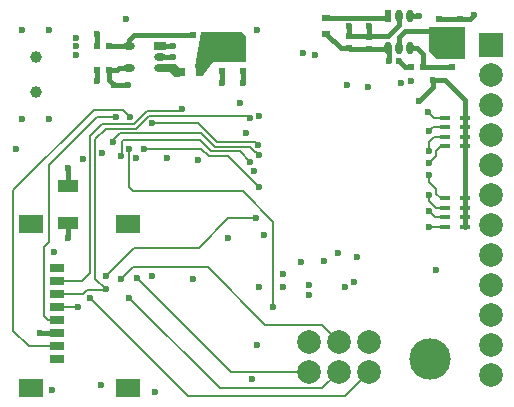
<source format=gbl>
G04*
G04 #@! TF.GenerationSoftware,Altium Limited,Altium Designer,18.1.9 (240)*
G04*
G04 Layer_Physical_Order=4*
G04 Layer_Color=16711680*
%FSLAX25Y25*%
%MOIN*%
G70*
G01*
G75*
%ADD11C,0.00787*%
%ADD15R,0.06693X0.04331*%
%ADD16R,0.02362X0.02362*%
%ADD17R,0.02362X0.02362*%
%ADD54C,0.01575*%
%ADD56C,0.13780*%
%ADD57C,0.07874*%
%ADD58C,0.03937*%
%ADD59R,0.07874X0.07874*%
%ADD60C,0.02362*%
%ADD61R,0.02362X0.04331*%
%ADD62O,0.02362X0.04331*%
%ADD63R,0.02362X0.03150*%
%ADD64R,0.03150X0.02362*%
%ADD65R,0.03740X0.01575*%
%ADD66R,0.07874X0.05906*%
%ADD67R,0.04724X0.03150*%
%ADD68R,0.03937X0.02756*%
%ADD69O,0.03937X0.02756*%
G36*
X60925Y112205D02*
X59449Y113681D01*
X54528D01*
Y110933D01*
X57571D01*
X59153Y109350D01*
X60925D01*
Y112205D01*
D02*
G37*
G36*
X68117Y124409D02*
X81496Y124409D01*
X83071Y122835D01*
Y114173D01*
X71941Y114173D01*
X68898Y110236D01*
X68504Y109449D01*
X66133Y112610D01*
X68117Y124409D01*
D02*
G37*
G36*
X144193Y125984D02*
X155905D01*
Y115264D01*
X146547Y115264D01*
X144193Y117618D01*
Y125984D01*
D02*
G37*
D11*
X45276Y71260D02*
X81890D01*
X43898Y72638D02*
X45276Y71260D01*
X41339Y83071D02*
X41535Y83268D01*
Y87598D01*
X42126Y88189D01*
X67593D01*
X41148Y90551D02*
X68110D01*
X36220Y92126D02*
X46457D01*
X35039Y93701D02*
X45804D01*
X33465Y96063D02*
X39764D01*
X32382Y98425D02*
X42126D01*
X17323Y79921D02*
X33465Y96063D01*
X5512Y71555D02*
X32382Y98425D01*
X42126D02*
X44488Y96063D01*
X38195Y87598D02*
X41148Y90551D01*
X68110D02*
X72539Y86122D01*
X49016Y85433D02*
X68122D01*
X43898Y72638D02*
Y85236D01*
X38195Y87598D02*
X38780D01*
X68122Y85433D02*
X70583Y82973D01*
X67593Y88189D02*
X71235Y84547D01*
X20197Y32677D02*
X27165D01*
X20079Y32559D02*
X20197Y32677D01*
X124016Y122622D02*
Y122835D01*
X17323Y54331D02*
Y79921D01*
X15748Y52756D02*
X17323Y54331D01*
X15748Y29528D02*
Y52756D01*
X130315Y118898D02*
X130709Y118504D01*
X154252Y128527D02*
X154252Y128528D01*
X130102Y118685D02*
X130315Y118898D01*
X117323Y118898D02*
X117535Y118685D01*
X129921Y129134D02*
X130315Y129528D01*
X61024Y111721D02*
X61811Y110933D01*
X54331Y112311D02*
X54921Y111721D01*
X31102Y89764D02*
X35039Y93701D01*
X32677Y88583D02*
X36220Y92126D01*
X45804Y93701D02*
X49944Y97840D01*
X46457Y92126D02*
X50596Y96266D01*
X51575Y93903D02*
X67120D01*
X50596Y96266D02*
X83655D01*
X49944Y97840D02*
X60833D01*
X67120Y93903D02*
X73327Y87697D01*
X60833Y97840D02*
X61811Y98819D01*
X83655Y96266D02*
X84252Y95669D01*
X72539Y86122D02*
X84307D01*
X71235Y84547D02*
X80880D01*
X70583Y82973D02*
X77165D01*
X31102Y44094D02*
Y89764D01*
X32677Y42126D02*
Y88583D01*
X17047Y28228D02*
X18110D01*
X15748Y29528D02*
X17047Y28228D01*
X5512Y24803D02*
Y71555D01*
Y24803D02*
X10748Y19567D01*
X20079D01*
X35827Y38189D02*
X36220Y38583D01*
X30124Y38189D02*
X35827D01*
X28825Y36890D02*
X30124Y38189D01*
X20079Y36890D02*
X28825D01*
X20079Y41221D02*
X28228D01*
X31102Y44094D01*
X32677Y42126D02*
X36220Y38583D01*
X92126Y32677D02*
Y61024D01*
X116142Y3150D02*
X124016Y11024D01*
X63779Y3150D02*
X116142D01*
X31102Y35827D02*
X63779Y3150D01*
X74213Y5512D02*
X108504D01*
X43898Y35827D02*
X74213Y5512D01*
X89494Y26772D02*
X108268D01*
X70202Y46063D02*
X89494Y26772D01*
X45276Y46063D02*
X70202D01*
X108268Y26772D02*
X114016Y21024D01*
X41339Y42126D02*
X45276Y46063D01*
X46850Y42338D02*
X78164Y11024D01*
X108504Y5512D02*
X114016Y11024D01*
X78164D02*
X104016D01*
X67323Y52362D02*
X77165Y62205D01*
X45669Y52362D02*
X67323D01*
X36220Y42913D02*
X45669Y52362D01*
X81890Y71260D02*
X92126Y61024D01*
X77165Y82973D02*
X87402Y72736D01*
X77165Y62205D02*
X86221D01*
X86097Y87672D02*
X86098Y87673D01*
X73327Y87697D02*
X86098D01*
X80880Y84547D02*
X84424Y81004D01*
X84307Y86122D02*
X86177Y84252D01*
X86344D02*
X87230Y83366D01*
X86177Y84252D02*
X86344D01*
X86098Y87673D02*
Y87697D01*
X86097Y87672D02*
X87155Y86614D01*
X144095Y59449D02*
X149213D01*
X146063Y62598D02*
X149213D01*
X144095Y64567D02*
X146063Y62598D01*
X144095Y64567D02*
X144095D01*
X144095Y67908D02*
Y70079D01*
X146254Y65748D02*
X149213D01*
X144095Y67908D02*
X146254Y65748D01*
X146457Y70473D02*
Y72047D01*
X144095Y74410D02*
X146457Y72047D01*
X144095Y74410D02*
Y76575D01*
X146457Y70473D02*
X148031Y68898D01*
X149213D01*
X148031Y86221D02*
X149213D01*
X146457Y84646D02*
X148031Y86221D01*
X146457Y82874D02*
Y84646D01*
X144193Y80610D02*
X146457Y82874D01*
X145768Y89370D02*
X149213D01*
X144095Y87697D02*
X145768Y89370D01*
X144095Y84547D02*
Y87697D01*
X145276Y92520D02*
X149213D01*
X144095Y91339D02*
X145276Y92520D01*
X143892Y91339D02*
X144095D01*
X145748Y95669D02*
X149213D01*
X143780Y97638D02*
X145748Y95669D01*
D15*
X23622Y60827D02*
D03*
Y73032D02*
D03*
D16*
X33465Y111721D02*
D03*
X37402D02*
D03*
X65354Y123228D02*
D03*
X69291D02*
D03*
X33465Y119791D02*
D03*
X37402D02*
D03*
X138189Y112598D02*
D03*
X142126D02*
D03*
D17*
X81890Y111327D02*
D03*
Y115264D02*
D03*
X75197Y111327D02*
D03*
Y115264D02*
D03*
X117323Y122835D02*
D03*
Y118898D02*
D03*
X124016Y122622D02*
D03*
Y118685D02*
D03*
X147244Y128527D02*
D03*
Y124591D02*
D03*
X154252Y128528D02*
D03*
Y124591D02*
D03*
X151575Y112598D02*
D03*
Y116535D02*
D03*
D54*
X58268Y112311D02*
X59646Y110933D01*
X54331Y112311D02*
X58268D01*
X59646Y110933D02*
X61811D01*
X124016Y122835D02*
X130315D01*
X117323D02*
X124016D01*
X37402Y111721D02*
X40157D01*
X40748Y112311D01*
X44094D01*
X140551Y101181D02*
X145276Y105905D01*
Y108268D01*
X117323Y122835D02*
Y126378D01*
X124016Y122835D02*
Y126378D01*
X130709Y114567D02*
Y118504D01*
X136024Y112598D02*
X138189D01*
X134055Y114567D02*
X136024Y112598D01*
X157661Y128528D02*
X159055Y129921D01*
X154252Y128528D02*
X157661D01*
X147244Y128527D02*
X154252D01*
X137795Y129528D02*
X140551D01*
X142126Y112598D02*
X151575D01*
X142126D02*
Y116929D01*
X140157Y118898D02*
X142126Y116929D01*
X137795Y118898D02*
X140157D01*
X124016Y118685D02*
X130102D01*
X117535D02*
X124016D01*
X114567Y118898D02*
X117323D01*
X109843Y123622D02*
X114567Y118898D01*
X109843Y129134D02*
X129921D01*
X135917Y124591D02*
X147244D01*
X134055Y122728D02*
X135917Y124591D01*
X134055Y118898D02*
Y122728D01*
Y126575D02*
Y129528D01*
X130315Y122835D02*
X134055Y126575D01*
X81890Y107480D02*
Y111327D01*
X75197Y107480D02*
Y111327D01*
X54331Y116051D02*
X58752D01*
X54331Y119791D02*
X58661D01*
X38976Y106693D02*
X43701D01*
X45669Y123228D02*
X65354D01*
X44094Y121654D02*
X45669Y123228D01*
X44094Y119791D02*
Y121654D01*
X33465Y119791D02*
Y123622D01*
X37402Y108268D02*
X38976Y106693D01*
X37402Y108268D02*
Y111721D01*
X33465Y107874D02*
Y111721D01*
X37402Y119791D02*
X44094D01*
X14449Y23898D02*
X20079D01*
X23622Y73032D02*
Y79134D01*
Y55512D02*
Y60827D01*
X145276Y108268D02*
X149213D01*
X155905Y101575D01*
Y95669D02*
Y101575D01*
Y92520D02*
Y95669D01*
Y89370D02*
Y92520D01*
Y86221D02*
Y89370D01*
Y68898D02*
Y86221D01*
Y65748D02*
Y68898D01*
Y62598D02*
Y65748D01*
Y59449D02*
Y62598D01*
D56*
X144370Y15394D02*
D03*
D57*
X104016Y11024D02*
D03*
X114016D02*
D03*
X124016D02*
D03*
X104016Y21024D02*
D03*
X114016D02*
D03*
X124016D02*
D03*
X164567Y109921D02*
D03*
Y99921D02*
D03*
Y89921D02*
D03*
Y79921D02*
D03*
Y69921D02*
D03*
Y59921D02*
D03*
Y49921D02*
D03*
Y39921D02*
D03*
Y29921D02*
D03*
Y19921D02*
D03*
Y9921D02*
D03*
D58*
X12992Y116142D02*
D03*
Y104331D02*
D03*
D59*
X164567Y119921D02*
D03*
D60*
X75669Y117087D02*
D03*
X81850Y116890D02*
D03*
X70039Y115748D02*
D03*
X134646Y107480D02*
D03*
X138189Y107874D02*
D03*
X123622Y105905D02*
D03*
X41339Y83071D02*
D03*
X39764Y96063D02*
D03*
X44488D02*
D03*
X49016Y85433D02*
D03*
X43898Y85236D02*
D03*
X66929Y81496D02*
D03*
X56693Y82284D02*
D03*
X38780Y87598D02*
D03*
X46457Y82284D02*
D03*
X35039Y83858D02*
D03*
X34646Y6693D02*
D03*
X27165Y32677D02*
D03*
X42913Y128740D02*
D03*
X86614Y20079D02*
D03*
X85039Y8661D02*
D03*
X117323Y126378D02*
D03*
X124016D02*
D03*
X18898Y50984D02*
D03*
X151969Y120472D02*
D03*
X148819D02*
D03*
X145669D02*
D03*
X130709Y114567D02*
D03*
X116535Y106558D02*
D03*
X101969Y117323D02*
D03*
X134055Y114567D02*
D03*
X159055Y129921D02*
D03*
X140551Y129528D02*
D03*
Y101181D02*
D03*
X105905Y116535D02*
D03*
X86559Y125000D02*
D03*
X81890Y107480D02*
D03*
X75197Y107480D02*
D03*
X58752Y116051D02*
D03*
X58661Y119791D02*
D03*
X43701Y106693D02*
D03*
X33465Y123622D02*
D03*
X38976Y106693D02*
D03*
X33465Y107874D02*
D03*
X17520Y95472D02*
D03*
X8465D02*
D03*
X17520Y125000D02*
D03*
X8465D02*
D03*
X26378Y116717D02*
D03*
Y119595D02*
D03*
Y122441D02*
D03*
X6299Y85433D02*
D03*
X51575Y93903D02*
D03*
X14449Y23898D02*
D03*
X43701Y5512D02*
D03*
X11417D02*
D03*
Y60197D02*
D03*
X43701D02*
D03*
X23622Y79134D02*
D03*
Y55512D02*
D03*
X61811Y98819D02*
D03*
X18504Y5118D02*
D03*
X28740Y81890D02*
D03*
X52756Y4331D02*
D03*
X92126Y32677D02*
D03*
X51575Y42913D02*
D03*
X31102Y35827D02*
D03*
X46850Y42338D02*
D03*
X41339Y42126D02*
D03*
X43898Y35827D02*
D03*
X65354Y42126D02*
D03*
X84424Y81004D02*
D03*
X84252Y95669D02*
D03*
X36220Y38583D02*
D03*
Y42913D02*
D03*
X77165Y55709D02*
D03*
X86221Y62205D02*
D03*
X88878Y56791D02*
D03*
X87230Y83366D02*
D03*
X87155Y86614D02*
D03*
X83071Y90551D02*
D03*
X81102Y100787D02*
D03*
X87402Y96457D02*
D03*
X85827Y77953D02*
D03*
X87402Y72736D02*
D03*
X103937Y39921D02*
D03*
X103937Y36614D02*
D03*
X116141Y39370D02*
D03*
X87402D02*
D03*
X95276D02*
D03*
Y43504D02*
D03*
X101417Y47638D02*
D03*
X109055Y48031D02*
D03*
X113779Y50787D02*
D03*
X118996Y41142D02*
D03*
X120079Y49235D02*
D03*
X146457Y44882D02*
D03*
X144095Y59449D02*
D03*
Y70079D02*
D03*
Y64567D02*
D03*
X145276Y108268D02*
D03*
X144193Y80610D02*
D03*
X144095Y76575D02*
D03*
Y84547D02*
D03*
X143780Y97638D02*
D03*
X143892Y91339D02*
D03*
D61*
X130315Y129528D02*
D03*
D62*
X134055D02*
D03*
X137795D02*
D03*
X130315Y118898D02*
D03*
X134055D02*
D03*
X137795D02*
D03*
D63*
X61811Y110933D02*
D03*
X67323D02*
D03*
D64*
X109843Y123622D02*
D03*
Y129134D02*
D03*
D65*
X155905Y68898D02*
D03*
Y65748D02*
D03*
Y62598D02*
D03*
Y59449D02*
D03*
X149213D02*
D03*
Y62598D02*
D03*
Y65748D02*
D03*
Y68898D02*
D03*
X155905Y95669D02*
D03*
Y92520D02*
D03*
Y89370D02*
D03*
Y86221D02*
D03*
X149213D02*
D03*
Y89370D02*
D03*
Y92520D02*
D03*
Y95669D02*
D03*
D66*
X43701Y5512D02*
D03*
X11417D02*
D03*
X43701Y60197D02*
D03*
X11417D02*
D03*
D67*
X20079Y45551D02*
D03*
Y41221D02*
D03*
Y36890D02*
D03*
Y32559D02*
D03*
Y28228D02*
D03*
Y23898D02*
D03*
Y19567D02*
D03*
Y15236D02*
D03*
D68*
X54331Y119791D02*
D03*
D69*
Y116051D02*
D03*
Y112311D02*
D03*
X44094Y119791D02*
D03*
Y112311D02*
D03*
M02*

</source>
